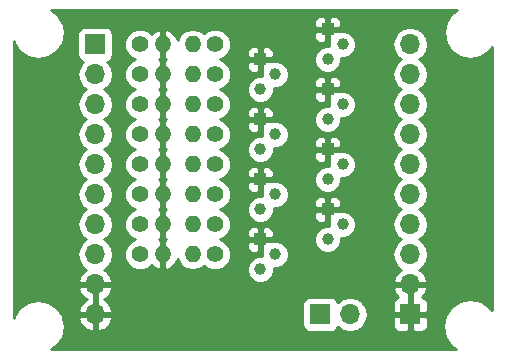
<source format=gtl>
G04 #@! TF.FileFunction,Copper,L1,Top,Signal*
%FSLAX46Y46*%
G04 Gerber Fmt 4.6, Leading zero omitted, Abs format (unit mm)*
G04 Created by KiCad (PCBNEW 4.0.7) date 07/06/18 16:03:28*
%MOMM*%
%LPD*%
G01*
G04 APERTURE LIST*
%ADD10C,0.100000*%
%ADD11R,1.700000X1.700000*%
%ADD12O,1.700000X1.700000*%
%ADD13C,1.000000*%
%ADD14R,1.000000X1.000000*%
%ADD15C,1.400000*%
%ADD16O,1.400000X1.400000*%
%ADD17C,0.254000*%
G04 APERTURE END LIST*
D10*
D11*
X77470000Y-78740000D03*
D12*
X77470000Y-81280000D03*
X77470000Y-83820000D03*
X77470000Y-86360000D03*
X77470000Y-88900000D03*
X77470000Y-91440000D03*
X77470000Y-93980000D03*
X77470000Y-96520000D03*
X77470000Y-99060000D03*
X77470000Y-101600000D03*
D11*
X104140000Y-101600000D03*
D12*
X104140000Y-99060000D03*
X104140000Y-96520000D03*
X104140000Y-93980000D03*
X104140000Y-91440000D03*
X104140000Y-88900000D03*
X104140000Y-86360000D03*
X104140000Y-83820000D03*
X104140000Y-81280000D03*
X104140000Y-78740000D03*
D11*
X96520000Y-101600000D03*
D12*
X99060000Y-101600000D03*
D13*
X98425000Y-78740000D03*
X97155000Y-80010000D03*
D14*
X97155000Y-77470000D03*
D13*
X92710000Y-81280000D03*
X91440000Y-82550000D03*
D14*
X91440000Y-80010000D03*
D13*
X98425000Y-83820000D03*
X97155000Y-85090000D03*
D14*
X97155000Y-82550000D03*
D13*
X92710000Y-86360000D03*
X91440000Y-87630000D03*
D14*
X91440000Y-85090000D03*
D13*
X98425000Y-88900000D03*
X97155000Y-90170000D03*
D14*
X97155000Y-87630000D03*
D13*
X92710000Y-91440000D03*
X91440000Y-92710000D03*
D14*
X91440000Y-90170000D03*
D13*
X98425000Y-93980000D03*
X97155000Y-95250000D03*
D14*
X97155000Y-92710000D03*
D13*
X92710000Y-96520000D03*
X91440000Y-97790000D03*
D14*
X91440000Y-95250000D03*
D15*
X87630000Y-78740000D03*
D16*
X85730000Y-78740000D03*
D15*
X87630000Y-81280000D03*
D16*
X85730000Y-81280000D03*
D15*
X87630000Y-83820000D03*
D16*
X85730000Y-83820000D03*
D15*
X87630000Y-86360000D03*
D16*
X85730000Y-86360000D03*
D15*
X87630000Y-88900000D03*
D16*
X85730000Y-88900000D03*
D15*
X87630000Y-91440000D03*
D16*
X85730000Y-91440000D03*
D15*
X87630000Y-93980000D03*
D16*
X85730000Y-93980000D03*
D15*
X87630000Y-96520000D03*
D16*
X85730000Y-96520000D03*
D15*
X81280000Y-78740000D03*
D16*
X83180000Y-78740000D03*
D15*
X81280000Y-81280000D03*
D16*
X83180000Y-81280000D03*
D15*
X81280000Y-83820000D03*
D16*
X83180000Y-83820000D03*
D15*
X81280000Y-86360000D03*
D16*
X83180000Y-86360000D03*
D15*
X81280000Y-88900000D03*
D16*
X83180000Y-88900000D03*
D15*
X81280000Y-91440000D03*
D16*
X83180000Y-91440000D03*
D15*
X81280000Y-93980000D03*
D16*
X83180000Y-93980000D03*
D15*
X81280000Y-96520000D03*
D16*
X83180000Y-96520000D03*
D17*
G36*
X107640323Y-76144323D02*
X107156053Y-76869085D01*
X106986000Y-77724000D01*
X107156053Y-78578915D01*
X107640323Y-79303677D01*
X108365085Y-79787947D01*
X109220000Y-79958000D01*
X110074915Y-79787947D01*
X110799677Y-79303677D01*
X111050000Y-78929042D01*
X111050000Y-101265428D01*
X110857968Y-100978032D01*
X110106462Y-100475891D01*
X109220000Y-100299563D01*
X108333538Y-100475891D01*
X107582032Y-100978032D01*
X107079891Y-101729538D01*
X106903563Y-102616000D01*
X107079891Y-103502462D01*
X107582032Y-104253968D01*
X107981673Y-104521000D01*
X73736796Y-104521000D01*
X74223677Y-104195677D01*
X74707947Y-103470915D01*
X74878000Y-102616000D01*
X74746895Y-101956890D01*
X76028524Y-101956890D01*
X76198355Y-102366924D01*
X76588642Y-102795183D01*
X77113108Y-103041486D01*
X77343000Y-102920819D01*
X77343000Y-101727000D01*
X77597000Y-101727000D01*
X77597000Y-102920819D01*
X77826892Y-103041486D01*
X78351358Y-102795183D01*
X78741645Y-102366924D01*
X78911476Y-101956890D01*
X78790155Y-101727000D01*
X77597000Y-101727000D01*
X77343000Y-101727000D01*
X76149845Y-101727000D01*
X76028524Y-101956890D01*
X74746895Y-101956890D01*
X74707947Y-101761085D01*
X74223677Y-101036323D01*
X73498915Y-100552053D01*
X72644000Y-100382000D01*
X71789085Y-100552053D01*
X71064323Y-101036323D01*
X70580053Y-101761085D01*
X70560000Y-101861898D01*
X70560000Y-99416890D01*
X76028524Y-99416890D01*
X76198355Y-99826924D01*
X76588642Y-100255183D01*
X76747954Y-100330000D01*
X76588642Y-100404817D01*
X76198355Y-100833076D01*
X76028524Y-101243110D01*
X76149845Y-101473000D01*
X77343000Y-101473000D01*
X77343000Y-99187000D01*
X77597000Y-99187000D01*
X77597000Y-101473000D01*
X78790155Y-101473000D01*
X78911476Y-101243110D01*
X78741645Y-100833076D01*
X78665936Y-100750000D01*
X95022560Y-100750000D01*
X95022560Y-102450000D01*
X95066838Y-102685317D01*
X95205910Y-102901441D01*
X95418110Y-103046431D01*
X95670000Y-103097440D01*
X97370000Y-103097440D01*
X97605317Y-103053162D01*
X97821441Y-102914090D01*
X97966431Y-102701890D01*
X97980086Y-102634459D01*
X98009946Y-102679147D01*
X98491715Y-103001054D01*
X99060000Y-103114093D01*
X99628285Y-103001054D01*
X100110054Y-102679147D01*
X100431961Y-102197378D01*
X100493947Y-101885750D01*
X102655000Y-101885750D01*
X102655000Y-102576310D01*
X102751673Y-102809699D01*
X102930302Y-102988327D01*
X103163691Y-103085000D01*
X103854250Y-103085000D01*
X104013000Y-102926250D01*
X104013000Y-101727000D01*
X104267000Y-101727000D01*
X104267000Y-102926250D01*
X104425750Y-103085000D01*
X105116309Y-103085000D01*
X105349698Y-102988327D01*
X105528327Y-102809699D01*
X105625000Y-102576310D01*
X105625000Y-101885750D01*
X105466250Y-101727000D01*
X104267000Y-101727000D01*
X104013000Y-101727000D01*
X102813750Y-101727000D01*
X102655000Y-101885750D01*
X100493947Y-101885750D01*
X100545000Y-101629093D01*
X100545000Y-101570907D01*
X100431961Y-101002622D01*
X100178768Y-100623690D01*
X102655000Y-100623690D01*
X102655000Y-101314250D01*
X102813750Y-101473000D01*
X104013000Y-101473000D01*
X104013000Y-99187000D01*
X104267000Y-99187000D01*
X104267000Y-101473000D01*
X105466250Y-101473000D01*
X105625000Y-101314250D01*
X105625000Y-100623690D01*
X105528327Y-100390301D01*
X105349698Y-100211673D01*
X105140122Y-100124864D01*
X105411645Y-99826924D01*
X105581476Y-99416890D01*
X105460155Y-99187000D01*
X104267000Y-99187000D01*
X104013000Y-99187000D01*
X102819845Y-99187000D01*
X102698524Y-99416890D01*
X102868355Y-99826924D01*
X103139878Y-100124864D01*
X102930302Y-100211673D01*
X102751673Y-100390301D01*
X102655000Y-100623690D01*
X100178768Y-100623690D01*
X100110054Y-100520853D01*
X99628285Y-100198946D01*
X99060000Y-100085907D01*
X98491715Y-100198946D01*
X98009946Y-100520853D01*
X97982150Y-100562452D01*
X97973162Y-100514683D01*
X97834090Y-100298559D01*
X97621890Y-100153569D01*
X97370000Y-100102560D01*
X95670000Y-100102560D01*
X95434683Y-100146838D01*
X95218559Y-100285910D01*
X95073569Y-100498110D01*
X95022560Y-100750000D01*
X78665936Y-100750000D01*
X78351358Y-100404817D01*
X78192046Y-100330000D01*
X78351358Y-100255183D01*
X78741645Y-99826924D01*
X78911476Y-99416890D01*
X78790155Y-99187000D01*
X77597000Y-99187000D01*
X77343000Y-99187000D01*
X76149845Y-99187000D01*
X76028524Y-99416890D01*
X70560000Y-99416890D01*
X70560000Y-81280000D01*
X75955907Y-81280000D01*
X76068946Y-81848285D01*
X76390853Y-82330054D01*
X76720026Y-82550000D01*
X76390853Y-82769946D01*
X76068946Y-83251715D01*
X75955907Y-83820000D01*
X76068946Y-84388285D01*
X76390853Y-84870054D01*
X76720026Y-85090000D01*
X76390853Y-85309946D01*
X76068946Y-85791715D01*
X75955907Y-86360000D01*
X76068946Y-86928285D01*
X76390853Y-87410054D01*
X76720026Y-87630000D01*
X76390853Y-87849946D01*
X76068946Y-88331715D01*
X75955907Y-88900000D01*
X76068946Y-89468285D01*
X76390853Y-89950054D01*
X76720026Y-90170000D01*
X76390853Y-90389946D01*
X76068946Y-90871715D01*
X75955907Y-91440000D01*
X76068946Y-92008285D01*
X76390853Y-92490054D01*
X76720026Y-92710000D01*
X76390853Y-92929946D01*
X76068946Y-93411715D01*
X75955907Y-93980000D01*
X76068946Y-94548285D01*
X76390853Y-95030054D01*
X76720026Y-95250000D01*
X76390853Y-95469946D01*
X76068946Y-95951715D01*
X75955907Y-96520000D01*
X76068946Y-97088285D01*
X76390853Y-97570054D01*
X76731553Y-97797702D01*
X76588642Y-97864817D01*
X76198355Y-98293076D01*
X76028524Y-98703110D01*
X76149845Y-98933000D01*
X77343000Y-98933000D01*
X77343000Y-98913000D01*
X77597000Y-98913000D01*
X77597000Y-98933000D01*
X78790155Y-98933000D01*
X78911476Y-98703110D01*
X78741645Y-98293076D01*
X78488020Y-98014775D01*
X90304803Y-98014775D01*
X90477233Y-98432086D01*
X90796235Y-98751645D01*
X91213244Y-98924803D01*
X91664775Y-98925197D01*
X92082086Y-98752767D01*
X92401645Y-98433765D01*
X92574803Y-98016756D01*
X92575119Y-97654883D01*
X92934775Y-97655197D01*
X93352086Y-97482767D01*
X93671645Y-97163765D01*
X93844803Y-96746756D01*
X93845197Y-96295225D01*
X93672767Y-95877914D01*
X93353765Y-95558355D01*
X93152483Y-95474775D01*
X96019803Y-95474775D01*
X96192233Y-95892086D01*
X96511235Y-96211645D01*
X96928244Y-96384803D01*
X97379775Y-96385197D01*
X97797086Y-96212767D01*
X98116645Y-95893765D01*
X98289803Y-95476756D01*
X98290119Y-95114883D01*
X98649775Y-95115197D01*
X99067086Y-94942767D01*
X99386645Y-94623765D01*
X99559803Y-94206756D01*
X99560197Y-93755225D01*
X99387767Y-93337914D01*
X99068765Y-93018355D01*
X98651756Y-92845197D01*
X98200225Y-92844803D01*
X98156939Y-92862689D01*
X98131250Y-92837000D01*
X97282000Y-92837000D01*
X97282000Y-93686250D01*
X97307448Y-93711698D01*
X97290197Y-93753244D01*
X97289881Y-94115117D01*
X96930225Y-94114803D01*
X96512914Y-94287233D01*
X96193355Y-94606235D01*
X96020197Y-95023244D01*
X96019803Y-95474775D01*
X93152483Y-95474775D01*
X92936756Y-95385197D01*
X92485225Y-95384803D01*
X92441939Y-95402689D01*
X92416250Y-95377000D01*
X91567000Y-95377000D01*
X91567000Y-96226250D01*
X91592448Y-96251698D01*
X91575197Y-96293244D01*
X91574881Y-96655117D01*
X91215225Y-96654803D01*
X90797914Y-96827233D01*
X90478355Y-97146235D01*
X90305197Y-97563244D01*
X90304803Y-98014775D01*
X78488020Y-98014775D01*
X78351358Y-97864817D01*
X78208447Y-97797702D01*
X78549147Y-97570054D01*
X78871054Y-97088285D01*
X78984093Y-96520000D01*
X78871054Y-95951715D01*
X78549147Y-95469946D01*
X78219974Y-95250000D01*
X78549147Y-95030054D01*
X78871054Y-94548285D01*
X78984093Y-93980000D01*
X78871054Y-93411715D01*
X78549147Y-92929946D01*
X78219974Y-92710000D01*
X78549147Y-92490054D01*
X78871054Y-92008285D01*
X78984093Y-91440000D01*
X78871054Y-90871715D01*
X78549147Y-90389946D01*
X78219974Y-90170000D01*
X78549147Y-89950054D01*
X78871054Y-89468285D01*
X78984093Y-88900000D01*
X78871054Y-88331715D01*
X78549147Y-87849946D01*
X78219974Y-87630000D01*
X78549147Y-87410054D01*
X78871054Y-86928285D01*
X78984093Y-86360000D01*
X78871054Y-85791715D01*
X78549147Y-85309946D01*
X78219974Y-85090000D01*
X78549147Y-84870054D01*
X78871054Y-84388285D01*
X78984093Y-83820000D01*
X78871054Y-83251715D01*
X78549147Y-82769946D01*
X78219974Y-82550000D01*
X78549147Y-82330054D01*
X78871054Y-81848285D01*
X78984093Y-81280000D01*
X78871054Y-80711715D01*
X78549147Y-80229946D01*
X78507548Y-80202150D01*
X78555317Y-80193162D01*
X78771441Y-80054090D01*
X78916431Y-79841890D01*
X78967440Y-79590000D01*
X78967440Y-79004383D01*
X79944769Y-79004383D01*
X80147582Y-79495229D01*
X80522796Y-79871098D01*
X80857527Y-80010091D01*
X80524771Y-80147582D01*
X80148902Y-80522796D01*
X79945232Y-81013287D01*
X79944769Y-81544383D01*
X80147582Y-82035229D01*
X80522796Y-82411098D01*
X80857527Y-82550091D01*
X80524771Y-82687582D01*
X80148902Y-83062796D01*
X79945232Y-83553287D01*
X79944769Y-84084383D01*
X80147582Y-84575229D01*
X80522796Y-84951098D01*
X80857527Y-85090091D01*
X80524771Y-85227582D01*
X80148902Y-85602796D01*
X79945232Y-86093287D01*
X79944769Y-86624383D01*
X80147582Y-87115229D01*
X80522796Y-87491098D01*
X80857527Y-87630091D01*
X80524771Y-87767582D01*
X80148902Y-88142796D01*
X79945232Y-88633287D01*
X79944769Y-89164383D01*
X80147582Y-89655229D01*
X80522796Y-90031098D01*
X80857527Y-90170091D01*
X80524771Y-90307582D01*
X80148902Y-90682796D01*
X79945232Y-91173287D01*
X79944769Y-91704383D01*
X80147582Y-92195229D01*
X80522796Y-92571098D01*
X80857527Y-92710091D01*
X80524771Y-92847582D01*
X80148902Y-93222796D01*
X79945232Y-93713287D01*
X79944769Y-94244383D01*
X80147582Y-94735229D01*
X80522796Y-95111098D01*
X80857527Y-95250091D01*
X80524771Y-95387582D01*
X80148902Y-95762796D01*
X79945232Y-96253287D01*
X79944769Y-96784383D01*
X80147582Y-97275229D01*
X80522796Y-97651098D01*
X81013287Y-97854768D01*
X81544383Y-97855231D01*
X82035229Y-97652418D01*
X82247034Y-97440983D01*
X82377337Y-97586764D01*
X82846669Y-97812727D01*
X83053000Y-97690206D01*
X83053000Y-96647000D01*
X83033000Y-96647000D01*
X83033000Y-96393000D01*
X83053000Y-96393000D01*
X83053000Y-95349794D01*
X82884942Y-95250000D01*
X83053000Y-95150206D01*
X83053000Y-94107000D01*
X83033000Y-94107000D01*
X83033000Y-93853000D01*
X83053000Y-93853000D01*
X83053000Y-92809794D01*
X82884942Y-92710000D01*
X83053000Y-92610206D01*
X83053000Y-91567000D01*
X83033000Y-91567000D01*
X83033000Y-91313000D01*
X83053000Y-91313000D01*
X83053000Y-90269794D01*
X82884942Y-90170000D01*
X83053000Y-90070206D01*
X83053000Y-89027000D01*
X83033000Y-89027000D01*
X83033000Y-88773000D01*
X83053000Y-88773000D01*
X83053000Y-87729794D01*
X82884942Y-87630000D01*
X83053000Y-87530206D01*
X83053000Y-86487000D01*
X83033000Y-86487000D01*
X83033000Y-86233000D01*
X83053000Y-86233000D01*
X83053000Y-85189794D01*
X82884942Y-85090000D01*
X83053000Y-84990206D01*
X83053000Y-83947000D01*
X83033000Y-83947000D01*
X83033000Y-83693000D01*
X83053000Y-83693000D01*
X83053000Y-82649794D01*
X82884942Y-82550000D01*
X83053000Y-82450206D01*
X83053000Y-81407000D01*
X83033000Y-81407000D01*
X83033000Y-81153000D01*
X83053000Y-81153000D01*
X83053000Y-80109794D01*
X82884942Y-80010000D01*
X83053000Y-79910206D01*
X83053000Y-78867000D01*
X83033000Y-78867000D01*
X83033000Y-78613000D01*
X83053000Y-78613000D01*
X83053000Y-77569794D01*
X83307000Y-77569794D01*
X83307000Y-78613000D01*
X83327000Y-78613000D01*
X83327000Y-78867000D01*
X83307000Y-78867000D01*
X83307000Y-79910206D01*
X83475058Y-80010000D01*
X83307000Y-80109794D01*
X83307000Y-81153000D01*
X83327000Y-81153000D01*
X83327000Y-81407000D01*
X83307000Y-81407000D01*
X83307000Y-82450206D01*
X83475058Y-82550000D01*
X83307000Y-82649794D01*
X83307000Y-83693000D01*
X83327000Y-83693000D01*
X83327000Y-83947000D01*
X83307000Y-83947000D01*
X83307000Y-84990206D01*
X83475058Y-85090000D01*
X83307000Y-85189794D01*
X83307000Y-86233000D01*
X83327000Y-86233000D01*
X83327000Y-86487000D01*
X83307000Y-86487000D01*
X83307000Y-87530206D01*
X83475058Y-87630000D01*
X83307000Y-87729794D01*
X83307000Y-88773000D01*
X83327000Y-88773000D01*
X83327000Y-89027000D01*
X83307000Y-89027000D01*
X83307000Y-90070206D01*
X83475058Y-90170000D01*
X83307000Y-90269794D01*
X83307000Y-91313000D01*
X83327000Y-91313000D01*
X83327000Y-91567000D01*
X83307000Y-91567000D01*
X83307000Y-92610206D01*
X83475058Y-92710000D01*
X83307000Y-92809794D01*
X83307000Y-93853000D01*
X83327000Y-93853000D01*
X83327000Y-94107000D01*
X83307000Y-94107000D01*
X83307000Y-95150206D01*
X83475058Y-95250000D01*
X83307000Y-95349794D01*
X83307000Y-96393000D01*
X83327000Y-96393000D01*
X83327000Y-96647000D01*
X83307000Y-96647000D01*
X83307000Y-97690206D01*
X83513331Y-97812727D01*
X83982663Y-97586764D01*
X84329797Y-97198396D01*
X84447338Y-96914603D01*
X84470467Y-97030882D01*
X84759858Y-97463988D01*
X85192964Y-97753379D01*
X85703846Y-97855000D01*
X85756154Y-97855000D01*
X86267036Y-97753379D01*
X86691666Y-97469652D01*
X86872796Y-97651098D01*
X87363287Y-97854768D01*
X87894383Y-97855231D01*
X88385229Y-97652418D01*
X88761098Y-97277204D01*
X88964768Y-96786713D01*
X88965231Y-96255617D01*
X88762418Y-95764771D01*
X88533797Y-95535750D01*
X90305000Y-95535750D01*
X90305000Y-95876310D01*
X90401673Y-96109699D01*
X90580302Y-96288327D01*
X90813691Y-96385000D01*
X91154250Y-96385000D01*
X91313000Y-96226250D01*
X91313000Y-95377000D01*
X90463750Y-95377000D01*
X90305000Y-95535750D01*
X88533797Y-95535750D01*
X88387204Y-95388902D01*
X88052473Y-95249909D01*
X88385229Y-95112418D01*
X88761098Y-94737204D01*
X88808233Y-94623690D01*
X90305000Y-94623690D01*
X90305000Y-94964250D01*
X90463750Y-95123000D01*
X91313000Y-95123000D01*
X91313000Y-94273750D01*
X91567000Y-94273750D01*
X91567000Y-95123000D01*
X92416250Y-95123000D01*
X92575000Y-94964250D01*
X92575000Y-94623690D01*
X92478327Y-94390301D01*
X92299698Y-94211673D01*
X92066309Y-94115000D01*
X91725750Y-94115000D01*
X91567000Y-94273750D01*
X91313000Y-94273750D01*
X91154250Y-94115000D01*
X90813691Y-94115000D01*
X90580302Y-94211673D01*
X90401673Y-94390301D01*
X90305000Y-94623690D01*
X88808233Y-94623690D01*
X88964768Y-94246713D01*
X88965231Y-93715617D01*
X88762418Y-93224771D01*
X88472928Y-92934775D01*
X90304803Y-92934775D01*
X90477233Y-93352086D01*
X90796235Y-93671645D01*
X91213244Y-93844803D01*
X91664775Y-93845197D01*
X92082086Y-93672767D01*
X92401645Y-93353765D01*
X92550306Y-92995750D01*
X96020000Y-92995750D01*
X96020000Y-93336310D01*
X96116673Y-93569699D01*
X96295302Y-93748327D01*
X96528691Y-93845000D01*
X96869250Y-93845000D01*
X97028000Y-93686250D01*
X97028000Y-92837000D01*
X96178750Y-92837000D01*
X96020000Y-92995750D01*
X92550306Y-92995750D01*
X92574803Y-92936756D01*
X92575119Y-92574883D01*
X92934775Y-92575197D01*
X93352086Y-92402767D01*
X93671645Y-92083765D01*
X93671676Y-92083690D01*
X96020000Y-92083690D01*
X96020000Y-92424250D01*
X96178750Y-92583000D01*
X97028000Y-92583000D01*
X97028000Y-91733750D01*
X97282000Y-91733750D01*
X97282000Y-92583000D01*
X98131250Y-92583000D01*
X98290000Y-92424250D01*
X98290000Y-92083690D01*
X98193327Y-91850301D01*
X98014698Y-91671673D01*
X97781309Y-91575000D01*
X97440750Y-91575000D01*
X97282000Y-91733750D01*
X97028000Y-91733750D01*
X96869250Y-91575000D01*
X96528691Y-91575000D01*
X96295302Y-91671673D01*
X96116673Y-91850301D01*
X96020000Y-92083690D01*
X93671676Y-92083690D01*
X93844803Y-91666756D01*
X93845197Y-91215225D01*
X93672767Y-90797914D01*
X93353765Y-90478355D01*
X93152483Y-90394775D01*
X96019803Y-90394775D01*
X96192233Y-90812086D01*
X96511235Y-91131645D01*
X96928244Y-91304803D01*
X97379775Y-91305197D01*
X97797086Y-91132767D01*
X98116645Y-90813765D01*
X98289803Y-90396756D01*
X98290119Y-90034883D01*
X98649775Y-90035197D01*
X99067086Y-89862767D01*
X99386645Y-89543765D01*
X99559803Y-89126756D01*
X99560197Y-88675225D01*
X99387767Y-88257914D01*
X99068765Y-87938355D01*
X98651756Y-87765197D01*
X98200225Y-87764803D01*
X98156939Y-87782689D01*
X98131250Y-87757000D01*
X97282000Y-87757000D01*
X97282000Y-88606250D01*
X97307448Y-88631698D01*
X97290197Y-88673244D01*
X97289881Y-89035117D01*
X96930225Y-89034803D01*
X96512914Y-89207233D01*
X96193355Y-89526235D01*
X96020197Y-89943244D01*
X96019803Y-90394775D01*
X93152483Y-90394775D01*
X92936756Y-90305197D01*
X92485225Y-90304803D01*
X92441939Y-90322689D01*
X92416250Y-90297000D01*
X91567000Y-90297000D01*
X91567000Y-91146250D01*
X91592448Y-91171698D01*
X91575197Y-91213244D01*
X91574881Y-91575117D01*
X91215225Y-91574803D01*
X90797914Y-91747233D01*
X90478355Y-92066235D01*
X90305197Y-92483244D01*
X90304803Y-92934775D01*
X88472928Y-92934775D01*
X88387204Y-92848902D01*
X88052473Y-92709909D01*
X88385229Y-92572418D01*
X88761098Y-92197204D01*
X88964768Y-91706713D01*
X88965231Y-91175617D01*
X88762418Y-90684771D01*
X88533797Y-90455750D01*
X90305000Y-90455750D01*
X90305000Y-90796310D01*
X90401673Y-91029699D01*
X90580302Y-91208327D01*
X90813691Y-91305000D01*
X91154250Y-91305000D01*
X91313000Y-91146250D01*
X91313000Y-90297000D01*
X90463750Y-90297000D01*
X90305000Y-90455750D01*
X88533797Y-90455750D01*
X88387204Y-90308902D01*
X88052473Y-90169909D01*
X88385229Y-90032418D01*
X88761098Y-89657204D01*
X88808233Y-89543690D01*
X90305000Y-89543690D01*
X90305000Y-89884250D01*
X90463750Y-90043000D01*
X91313000Y-90043000D01*
X91313000Y-89193750D01*
X91567000Y-89193750D01*
X91567000Y-90043000D01*
X92416250Y-90043000D01*
X92575000Y-89884250D01*
X92575000Y-89543690D01*
X92478327Y-89310301D01*
X92299698Y-89131673D01*
X92066309Y-89035000D01*
X91725750Y-89035000D01*
X91567000Y-89193750D01*
X91313000Y-89193750D01*
X91154250Y-89035000D01*
X90813691Y-89035000D01*
X90580302Y-89131673D01*
X90401673Y-89310301D01*
X90305000Y-89543690D01*
X88808233Y-89543690D01*
X88964768Y-89166713D01*
X88965231Y-88635617D01*
X88762418Y-88144771D01*
X88472928Y-87854775D01*
X90304803Y-87854775D01*
X90477233Y-88272086D01*
X90796235Y-88591645D01*
X91213244Y-88764803D01*
X91664775Y-88765197D01*
X92082086Y-88592767D01*
X92401645Y-88273765D01*
X92550306Y-87915750D01*
X96020000Y-87915750D01*
X96020000Y-88256310D01*
X96116673Y-88489699D01*
X96295302Y-88668327D01*
X96528691Y-88765000D01*
X96869250Y-88765000D01*
X97028000Y-88606250D01*
X97028000Y-87757000D01*
X96178750Y-87757000D01*
X96020000Y-87915750D01*
X92550306Y-87915750D01*
X92574803Y-87856756D01*
X92575119Y-87494883D01*
X92934775Y-87495197D01*
X93352086Y-87322767D01*
X93671645Y-87003765D01*
X93671676Y-87003690D01*
X96020000Y-87003690D01*
X96020000Y-87344250D01*
X96178750Y-87503000D01*
X97028000Y-87503000D01*
X97028000Y-86653750D01*
X97282000Y-86653750D01*
X97282000Y-87503000D01*
X98131250Y-87503000D01*
X98290000Y-87344250D01*
X98290000Y-87003690D01*
X98193327Y-86770301D01*
X98014698Y-86591673D01*
X97781309Y-86495000D01*
X97440750Y-86495000D01*
X97282000Y-86653750D01*
X97028000Y-86653750D01*
X96869250Y-86495000D01*
X96528691Y-86495000D01*
X96295302Y-86591673D01*
X96116673Y-86770301D01*
X96020000Y-87003690D01*
X93671676Y-87003690D01*
X93844803Y-86586756D01*
X93845197Y-86135225D01*
X93672767Y-85717914D01*
X93353765Y-85398355D01*
X93152483Y-85314775D01*
X96019803Y-85314775D01*
X96192233Y-85732086D01*
X96511235Y-86051645D01*
X96928244Y-86224803D01*
X97379775Y-86225197D01*
X97797086Y-86052767D01*
X98116645Y-85733765D01*
X98289803Y-85316756D01*
X98290119Y-84954883D01*
X98649775Y-84955197D01*
X99067086Y-84782767D01*
X99386645Y-84463765D01*
X99559803Y-84046756D01*
X99560197Y-83595225D01*
X99387767Y-83177914D01*
X99068765Y-82858355D01*
X98651756Y-82685197D01*
X98200225Y-82684803D01*
X98156939Y-82702689D01*
X98131250Y-82677000D01*
X97282000Y-82677000D01*
X97282000Y-83526250D01*
X97307448Y-83551698D01*
X97290197Y-83593244D01*
X97289881Y-83955117D01*
X96930225Y-83954803D01*
X96512914Y-84127233D01*
X96193355Y-84446235D01*
X96020197Y-84863244D01*
X96019803Y-85314775D01*
X93152483Y-85314775D01*
X92936756Y-85225197D01*
X92485225Y-85224803D01*
X92441939Y-85242689D01*
X92416250Y-85217000D01*
X91567000Y-85217000D01*
X91567000Y-86066250D01*
X91592448Y-86091698D01*
X91575197Y-86133244D01*
X91574881Y-86495117D01*
X91215225Y-86494803D01*
X90797914Y-86667233D01*
X90478355Y-86986235D01*
X90305197Y-87403244D01*
X90304803Y-87854775D01*
X88472928Y-87854775D01*
X88387204Y-87768902D01*
X88052473Y-87629909D01*
X88385229Y-87492418D01*
X88761098Y-87117204D01*
X88964768Y-86626713D01*
X88965231Y-86095617D01*
X88762418Y-85604771D01*
X88533797Y-85375750D01*
X90305000Y-85375750D01*
X90305000Y-85716310D01*
X90401673Y-85949699D01*
X90580302Y-86128327D01*
X90813691Y-86225000D01*
X91154250Y-86225000D01*
X91313000Y-86066250D01*
X91313000Y-85217000D01*
X90463750Y-85217000D01*
X90305000Y-85375750D01*
X88533797Y-85375750D01*
X88387204Y-85228902D01*
X88052473Y-85089909D01*
X88385229Y-84952418D01*
X88761098Y-84577204D01*
X88808233Y-84463690D01*
X90305000Y-84463690D01*
X90305000Y-84804250D01*
X90463750Y-84963000D01*
X91313000Y-84963000D01*
X91313000Y-84113750D01*
X91567000Y-84113750D01*
X91567000Y-84963000D01*
X92416250Y-84963000D01*
X92575000Y-84804250D01*
X92575000Y-84463690D01*
X92478327Y-84230301D01*
X92299698Y-84051673D01*
X92066309Y-83955000D01*
X91725750Y-83955000D01*
X91567000Y-84113750D01*
X91313000Y-84113750D01*
X91154250Y-83955000D01*
X90813691Y-83955000D01*
X90580302Y-84051673D01*
X90401673Y-84230301D01*
X90305000Y-84463690D01*
X88808233Y-84463690D01*
X88964768Y-84086713D01*
X88965231Y-83555617D01*
X88762418Y-83064771D01*
X88472928Y-82774775D01*
X90304803Y-82774775D01*
X90477233Y-83192086D01*
X90796235Y-83511645D01*
X91213244Y-83684803D01*
X91664775Y-83685197D01*
X92082086Y-83512767D01*
X92401645Y-83193765D01*
X92550306Y-82835750D01*
X96020000Y-82835750D01*
X96020000Y-83176310D01*
X96116673Y-83409699D01*
X96295302Y-83588327D01*
X96528691Y-83685000D01*
X96869250Y-83685000D01*
X97028000Y-83526250D01*
X97028000Y-82677000D01*
X96178750Y-82677000D01*
X96020000Y-82835750D01*
X92550306Y-82835750D01*
X92574803Y-82776756D01*
X92575119Y-82414883D01*
X92934775Y-82415197D01*
X93352086Y-82242767D01*
X93671645Y-81923765D01*
X93671676Y-81923690D01*
X96020000Y-81923690D01*
X96020000Y-82264250D01*
X96178750Y-82423000D01*
X97028000Y-82423000D01*
X97028000Y-81573750D01*
X97282000Y-81573750D01*
X97282000Y-82423000D01*
X98131250Y-82423000D01*
X98290000Y-82264250D01*
X98290000Y-81923690D01*
X98193327Y-81690301D01*
X98014698Y-81511673D01*
X97781309Y-81415000D01*
X97440750Y-81415000D01*
X97282000Y-81573750D01*
X97028000Y-81573750D01*
X96869250Y-81415000D01*
X96528691Y-81415000D01*
X96295302Y-81511673D01*
X96116673Y-81690301D01*
X96020000Y-81923690D01*
X93671676Y-81923690D01*
X93844803Y-81506756D01*
X93845197Y-81055225D01*
X93672767Y-80637914D01*
X93353765Y-80318355D01*
X93152483Y-80234775D01*
X96019803Y-80234775D01*
X96192233Y-80652086D01*
X96511235Y-80971645D01*
X96928244Y-81144803D01*
X97379775Y-81145197D01*
X97797086Y-80972767D01*
X98116645Y-80653765D01*
X98289803Y-80236756D01*
X98290119Y-79874883D01*
X98649775Y-79875197D01*
X99067086Y-79702767D01*
X99386645Y-79383765D01*
X99559803Y-78966756D01*
X99560000Y-78740000D01*
X102625907Y-78740000D01*
X102738946Y-79308285D01*
X103060853Y-79790054D01*
X103390026Y-80010000D01*
X103060853Y-80229946D01*
X102738946Y-80711715D01*
X102625907Y-81280000D01*
X102738946Y-81848285D01*
X103060853Y-82330054D01*
X103390026Y-82550000D01*
X103060853Y-82769946D01*
X102738946Y-83251715D01*
X102625907Y-83820000D01*
X102738946Y-84388285D01*
X103060853Y-84870054D01*
X103390026Y-85090000D01*
X103060853Y-85309946D01*
X102738946Y-85791715D01*
X102625907Y-86360000D01*
X102738946Y-86928285D01*
X103060853Y-87410054D01*
X103390026Y-87630000D01*
X103060853Y-87849946D01*
X102738946Y-88331715D01*
X102625907Y-88900000D01*
X102738946Y-89468285D01*
X103060853Y-89950054D01*
X103390026Y-90170000D01*
X103060853Y-90389946D01*
X102738946Y-90871715D01*
X102625907Y-91440000D01*
X102738946Y-92008285D01*
X103060853Y-92490054D01*
X103390026Y-92710000D01*
X103060853Y-92929946D01*
X102738946Y-93411715D01*
X102625907Y-93980000D01*
X102738946Y-94548285D01*
X103060853Y-95030054D01*
X103390026Y-95250000D01*
X103060853Y-95469946D01*
X102738946Y-95951715D01*
X102625907Y-96520000D01*
X102738946Y-97088285D01*
X103060853Y-97570054D01*
X103401553Y-97797702D01*
X103258642Y-97864817D01*
X102868355Y-98293076D01*
X102698524Y-98703110D01*
X102819845Y-98933000D01*
X104013000Y-98933000D01*
X104013000Y-98913000D01*
X104267000Y-98913000D01*
X104267000Y-98933000D01*
X105460155Y-98933000D01*
X105581476Y-98703110D01*
X105411645Y-98293076D01*
X105021358Y-97864817D01*
X104878447Y-97797702D01*
X105219147Y-97570054D01*
X105541054Y-97088285D01*
X105654093Y-96520000D01*
X105541054Y-95951715D01*
X105219147Y-95469946D01*
X104889974Y-95250000D01*
X105219147Y-95030054D01*
X105541054Y-94548285D01*
X105654093Y-93980000D01*
X105541054Y-93411715D01*
X105219147Y-92929946D01*
X104889974Y-92710000D01*
X105219147Y-92490054D01*
X105541054Y-92008285D01*
X105654093Y-91440000D01*
X105541054Y-90871715D01*
X105219147Y-90389946D01*
X104889974Y-90170000D01*
X105219147Y-89950054D01*
X105541054Y-89468285D01*
X105654093Y-88900000D01*
X105541054Y-88331715D01*
X105219147Y-87849946D01*
X104889974Y-87630000D01*
X105219147Y-87410054D01*
X105541054Y-86928285D01*
X105654093Y-86360000D01*
X105541054Y-85791715D01*
X105219147Y-85309946D01*
X104889974Y-85090000D01*
X105219147Y-84870054D01*
X105541054Y-84388285D01*
X105654093Y-83820000D01*
X105541054Y-83251715D01*
X105219147Y-82769946D01*
X104889974Y-82550000D01*
X105219147Y-82330054D01*
X105541054Y-81848285D01*
X105654093Y-81280000D01*
X105541054Y-80711715D01*
X105219147Y-80229946D01*
X104889974Y-80010000D01*
X105219147Y-79790054D01*
X105541054Y-79308285D01*
X105654093Y-78740000D01*
X105541054Y-78171715D01*
X105219147Y-77689946D01*
X104737378Y-77368039D01*
X104169093Y-77255000D01*
X104110907Y-77255000D01*
X103542622Y-77368039D01*
X103060853Y-77689946D01*
X102738946Y-78171715D01*
X102625907Y-78740000D01*
X99560000Y-78740000D01*
X99560197Y-78515225D01*
X99387767Y-78097914D01*
X99068765Y-77778355D01*
X98651756Y-77605197D01*
X98200225Y-77604803D01*
X98156939Y-77622689D01*
X98131250Y-77597000D01*
X97282000Y-77597000D01*
X97282000Y-78446250D01*
X97307448Y-78471698D01*
X97290197Y-78513244D01*
X97289881Y-78875117D01*
X96930225Y-78874803D01*
X96512914Y-79047233D01*
X96193355Y-79366235D01*
X96020197Y-79783244D01*
X96019803Y-80234775D01*
X93152483Y-80234775D01*
X92936756Y-80145197D01*
X92485225Y-80144803D01*
X92441939Y-80162689D01*
X92416250Y-80137000D01*
X91567000Y-80137000D01*
X91567000Y-80986250D01*
X91592448Y-81011698D01*
X91575197Y-81053244D01*
X91574881Y-81415117D01*
X91215225Y-81414803D01*
X90797914Y-81587233D01*
X90478355Y-81906235D01*
X90305197Y-82323244D01*
X90304803Y-82774775D01*
X88472928Y-82774775D01*
X88387204Y-82688902D01*
X88052473Y-82549909D01*
X88385229Y-82412418D01*
X88761098Y-82037204D01*
X88964768Y-81546713D01*
X88965231Y-81015617D01*
X88762418Y-80524771D01*
X88533797Y-80295750D01*
X90305000Y-80295750D01*
X90305000Y-80636310D01*
X90401673Y-80869699D01*
X90580302Y-81048327D01*
X90813691Y-81145000D01*
X91154250Y-81145000D01*
X91313000Y-80986250D01*
X91313000Y-80137000D01*
X90463750Y-80137000D01*
X90305000Y-80295750D01*
X88533797Y-80295750D01*
X88387204Y-80148902D01*
X88052473Y-80009909D01*
X88385229Y-79872418D01*
X88761098Y-79497204D01*
X88808233Y-79383690D01*
X90305000Y-79383690D01*
X90305000Y-79724250D01*
X90463750Y-79883000D01*
X91313000Y-79883000D01*
X91313000Y-79033750D01*
X91567000Y-79033750D01*
X91567000Y-79883000D01*
X92416250Y-79883000D01*
X92575000Y-79724250D01*
X92575000Y-79383690D01*
X92478327Y-79150301D01*
X92299698Y-78971673D01*
X92066309Y-78875000D01*
X91725750Y-78875000D01*
X91567000Y-79033750D01*
X91313000Y-79033750D01*
X91154250Y-78875000D01*
X90813691Y-78875000D01*
X90580302Y-78971673D01*
X90401673Y-79150301D01*
X90305000Y-79383690D01*
X88808233Y-79383690D01*
X88964768Y-79006713D01*
X88965231Y-78475617D01*
X88762418Y-77984771D01*
X88533797Y-77755750D01*
X96020000Y-77755750D01*
X96020000Y-78096310D01*
X96116673Y-78329699D01*
X96295302Y-78508327D01*
X96528691Y-78605000D01*
X96869250Y-78605000D01*
X97028000Y-78446250D01*
X97028000Y-77597000D01*
X96178750Y-77597000D01*
X96020000Y-77755750D01*
X88533797Y-77755750D01*
X88387204Y-77608902D01*
X87896713Y-77405232D01*
X87365617Y-77404769D01*
X86874771Y-77607582D01*
X86691678Y-77790356D01*
X86267036Y-77506621D01*
X85756154Y-77405000D01*
X85703846Y-77405000D01*
X85192964Y-77506621D01*
X84759858Y-77796012D01*
X84470467Y-78229118D01*
X84447338Y-78345397D01*
X84329797Y-78061604D01*
X83982663Y-77673236D01*
X83513331Y-77447273D01*
X83307000Y-77569794D01*
X83053000Y-77569794D01*
X82846669Y-77447273D01*
X82377337Y-77673236D01*
X82246996Y-77819060D01*
X82037204Y-77608902D01*
X81546713Y-77405232D01*
X81015617Y-77404769D01*
X80524771Y-77607582D01*
X80148902Y-77982796D01*
X79945232Y-78473287D01*
X79944769Y-79004383D01*
X78967440Y-79004383D01*
X78967440Y-77890000D01*
X78923162Y-77654683D01*
X78784090Y-77438559D01*
X78571890Y-77293569D01*
X78320000Y-77242560D01*
X76620000Y-77242560D01*
X76384683Y-77286838D01*
X76168559Y-77425910D01*
X76023569Y-77638110D01*
X75972560Y-77890000D01*
X75972560Y-79590000D01*
X76016838Y-79825317D01*
X76155910Y-80041441D01*
X76368110Y-80186431D01*
X76435541Y-80200086D01*
X76390853Y-80229946D01*
X76068946Y-80711715D01*
X75955907Y-81280000D01*
X70560000Y-81280000D01*
X70560000Y-78478102D01*
X70580053Y-78578915D01*
X71064323Y-79303677D01*
X71789085Y-79787947D01*
X72644000Y-79958000D01*
X73498915Y-79787947D01*
X74223677Y-79303677D01*
X74707947Y-78578915D01*
X74878000Y-77724000D01*
X74707947Y-76869085D01*
X74690979Y-76843690D01*
X96020000Y-76843690D01*
X96020000Y-77184250D01*
X96178750Y-77343000D01*
X97028000Y-77343000D01*
X97028000Y-76493750D01*
X97282000Y-76493750D01*
X97282000Y-77343000D01*
X98131250Y-77343000D01*
X98290000Y-77184250D01*
X98290000Y-76843690D01*
X98193327Y-76610301D01*
X98014698Y-76431673D01*
X97781309Y-76335000D01*
X97440750Y-76335000D01*
X97282000Y-76493750D01*
X97028000Y-76493750D01*
X96869250Y-76335000D01*
X96528691Y-76335000D01*
X96295302Y-76431673D01*
X96116673Y-76610301D01*
X96020000Y-76843690D01*
X74690979Y-76843690D01*
X74223677Y-76144323D01*
X73736796Y-75819000D01*
X108127204Y-75819000D01*
X107640323Y-76144323D01*
X107640323Y-76144323D01*
G37*
X107640323Y-76144323D02*
X107156053Y-76869085D01*
X106986000Y-77724000D01*
X107156053Y-78578915D01*
X107640323Y-79303677D01*
X108365085Y-79787947D01*
X109220000Y-79958000D01*
X110074915Y-79787947D01*
X110799677Y-79303677D01*
X111050000Y-78929042D01*
X111050000Y-101265428D01*
X110857968Y-100978032D01*
X110106462Y-100475891D01*
X109220000Y-100299563D01*
X108333538Y-100475891D01*
X107582032Y-100978032D01*
X107079891Y-101729538D01*
X106903563Y-102616000D01*
X107079891Y-103502462D01*
X107582032Y-104253968D01*
X107981673Y-104521000D01*
X73736796Y-104521000D01*
X74223677Y-104195677D01*
X74707947Y-103470915D01*
X74878000Y-102616000D01*
X74746895Y-101956890D01*
X76028524Y-101956890D01*
X76198355Y-102366924D01*
X76588642Y-102795183D01*
X77113108Y-103041486D01*
X77343000Y-102920819D01*
X77343000Y-101727000D01*
X77597000Y-101727000D01*
X77597000Y-102920819D01*
X77826892Y-103041486D01*
X78351358Y-102795183D01*
X78741645Y-102366924D01*
X78911476Y-101956890D01*
X78790155Y-101727000D01*
X77597000Y-101727000D01*
X77343000Y-101727000D01*
X76149845Y-101727000D01*
X76028524Y-101956890D01*
X74746895Y-101956890D01*
X74707947Y-101761085D01*
X74223677Y-101036323D01*
X73498915Y-100552053D01*
X72644000Y-100382000D01*
X71789085Y-100552053D01*
X71064323Y-101036323D01*
X70580053Y-101761085D01*
X70560000Y-101861898D01*
X70560000Y-99416890D01*
X76028524Y-99416890D01*
X76198355Y-99826924D01*
X76588642Y-100255183D01*
X76747954Y-100330000D01*
X76588642Y-100404817D01*
X76198355Y-100833076D01*
X76028524Y-101243110D01*
X76149845Y-101473000D01*
X77343000Y-101473000D01*
X77343000Y-99187000D01*
X77597000Y-99187000D01*
X77597000Y-101473000D01*
X78790155Y-101473000D01*
X78911476Y-101243110D01*
X78741645Y-100833076D01*
X78665936Y-100750000D01*
X95022560Y-100750000D01*
X95022560Y-102450000D01*
X95066838Y-102685317D01*
X95205910Y-102901441D01*
X95418110Y-103046431D01*
X95670000Y-103097440D01*
X97370000Y-103097440D01*
X97605317Y-103053162D01*
X97821441Y-102914090D01*
X97966431Y-102701890D01*
X97980086Y-102634459D01*
X98009946Y-102679147D01*
X98491715Y-103001054D01*
X99060000Y-103114093D01*
X99628285Y-103001054D01*
X100110054Y-102679147D01*
X100431961Y-102197378D01*
X100493947Y-101885750D01*
X102655000Y-101885750D01*
X102655000Y-102576310D01*
X102751673Y-102809699D01*
X102930302Y-102988327D01*
X103163691Y-103085000D01*
X103854250Y-103085000D01*
X104013000Y-102926250D01*
X104013000Y-101727000D01*
X104267000Y-101727000D01*
X104267000Y-102926250D01*
X104425750Y-103085000D01*
X105116309Y-103085000D01*
X105349698Y-102988327D01*
X105528327Y-102809699D01*
X105625000Y-102576310D01*
X105625000Y-101885750D01*
X105466250Y-101727000D01*
X104267000Y-101727000D01*
X104013000Y-101727000D01*
X102813750Y-101727000D01*
X102655000Y-101885750D01*
X100493947Y-101885750D01*
X100545000Y-101629093D01*
X100545000Y-101570907D01*
X100431961Y-101002622D01*
X100178768Y-100623690D01*
X102655000Y-100623690D01*
X102655000Y-101314250D01*
X102813750Y-101473000D01*
X104013000Y-101473000D01*
X104013000Y-99187000D01*
X104267000Y-99187000D01*
X104267000Y-101473000D01*
X105466250Y-101473000D01*
X105625000Y-101314250D01*
X105625000Y-100623690D01*
X105528327Y-100390301D01*
X105349698Y-100211673D01*
X105140122Y-100124864D01*
X105411645Y-99826924D01*
X105581476Y-99416890D01*
X105460155Y-99187000D01*
X104267000Y-99187000D01*
X104013000Y-99187000D01*
X102819845Y-99187000D01*
X102698524Y-99416890D01*
X102868355Y-99826924D01*
X103139878Y-100124864D01*
X102930302Y-100211673D01*
X102751673Y-100390301D01*
X102655000Y-100623690D01*
X100178768Y-100623690D01*
X100110054Y-100520853D01*
X99628285Y-100198946D01*
X99060000Y-100085907D01*
X98491715Y-100198946D01*
X98009946Y-100520853D01*
X97982150Y-100562452D01*
X97973162Y-100514683D01*
X97834090Y-100298559D01*
X97621890Y-100153569D01*
X97370000Y-100102560D01*
X95670000Y-100102560D01*
X95434683Y-100146838D01*
X95218559Y-100285910D01*
X95073569Y-100498110D01*
X95022560Y-100750000D01*
X78665936Y-100750000D01*
X78351358Y-100404817D01*
X78192046Y-100330000D01*
X78351358Y-100255183D01*
X78741645Y-99826924D01*
X78911476Y-99416890D01*
X78790155Y-99187000D01*
X77597000Y-99187000D01*
X77343000Y-99187000D01*
X76149845Y-99187000D01*
X76028524Y-99416890D01*
X70560000Y-99416890D01*
X70560000Y-81280000D01*
X75955907Y-81280000D01*
X76068946Y-81848285D01*
X76390853Y-82330054D01*
X76720026Y-82550000D01*
X76390853Y-82769946D01*
X76068946Y-83251715D01*
X75955907Y-83820000D01*
X76068946Y-84388285D01*
X76390853Y-84870054D01*
X76720026Y-85090000D01*
X76390853Y-85309946D01*
X76068946Y-85791715D01*
X75955907Y-86360000D01*
X76068946Y-86928285D01*
X76390853Y-87410054D01*
X76720026Y-87630000D01*
X76390853Y-87849946D01*
X76068946Y-88331715D01*
X75955907Y-88900000D01*
X76068946Y-89468285D01*
X76390853Y-89950054D01*
X76720026Y-90170000D01*
X76390853Y-90389946D01*
X76068946Y-90871715D01*
X75955907Y-91440000D01*
X76068946Y-92008285D01*
X76390853Y-92490054D01*
X76720026Y-92710000D01*
X76390853Y-92929946D01*
X76068946Y-93411715D01*
X75955907Y-93980000D01*
X76068946Y-94548285D01*
X76390853Y-95030054D01*
X76720026Y-95250000D01*
X76390853Y-95469946D01*
X76068946Y-95951715D01*
X75955907Y-96520000D01*
X76068946Y-97088285D01*
X76390853Y-97570054D01*
X76731553Y-97797702D01*
X76588642Y-97864817D01*
X76198355Y-98293076D01*
X76028524Y-98703110D01*
X76149845Y-98933000D01*
X77343000Y-98933000D01*
X77343000Y-98913000D01*
X77597000Y-98913000D01*
X77597000Y-98933000D01*
X78790155Y-98933000D01*
X78911476Y-98703110D01*
X78741645Y-98293076D01*
X78488020Y-98014775D01*
X90304803Y-98014775D01*
X90477233Y-98432086D01*
X90796235Y-98751645D01*
X91213244Y-98924803D01*
X91664775Y-98925197D01*
X92082086Y-98752767D01*
X92401645Y-98433765D01*
X92574803Y-98016756D01*
X92575119Y-97654883D01*
X92934775Y-97655197D01*
X93352086Y-97482767D01*
X93671645Y-97163765D01*
X93844803Y-96746756D01*
X93845197Y-96295225D01*
X93672767Y-95877914D01*
X93353765Y-95558355D01*
X93152483Y-95474775D01*
X96019803Y-95474775D01*
X96192233Y-95892086D01*
X96511235Y-96211645D01*
X96928244Y-96384803D01*
X97379775Y-96385197D01*
X97797086Y-96212767D01*
X98116645Y-95893765D01*
X98289803Y-95476756D01*
X98290119Y-95114883D01*
X98649775Y-95115197D01*
X99067086Y-94942767D01*
X99386645Y-94623765D01*
X99559803Y-94206756D01*
X99560197Y-93755225D01*
X99387767Y-93337914D01*
X99068765Y-93018355D01*
X98651756Y-92845197D01*
X98200225Y-92844803D01*
X98156939Y-92862689D01*
X98131250Y-92837000D01*
X97282000Y-92837000D01*
X97282000Y-93686250D01*
X97307448Y-93711698D01*
X97290197Y-93753244D01*
X97289881Y-94115117D01*
X96930225Y-94114803D01*
X96512914Y-94287233D01*
X96193355Y-94606235D01*
X96020197Y-95023244D01*
X96019803Y-95474775D01*
X93152483Y-95474775D01*
X92936756Y-95385197D01*
X92485225Y-95384803D01*
X92441939Y-95402689D01*
X92416250Y-95377000D01*
X91567000Y-95377000D01*
X91567000Y-96226250D01*
X91592448Y-96251698D01*
X91575197Y-96293244D01*
X91574881Y-96655117D01*
X91215225Y-96654803D01*
X90797914Y-96827233D01*
X90478355Y-97146235D01*
X90305197Y-97563244D01*
X90304803Y-98014775D01*
X78488020Y-98014775D01*
X78351358Y-97864817D01*
X78208447Y-97797702D01*
X78549147Y-97570054D01*
X78871054Y-97088285D01*
X78984093Y-96520000D01*
X78871054Y-95951715D01*
X78549147Y-95469946D01*
X78219974Y-95250000D01*
X78549147Y-95030054D01*
X78871054Y-94548285D01*
X78984093Y-93980000D01*
X78871054Y-93411715D01*
X78549147Y-92929946D01*
X78219974Y-92710000D01*
X78549147Y-92490054D01*
X78871054Y-92008285D01*
X78984093Y-91440000D01*
X78871054Y-90871715D01*
X78549147Y-90389946D01*
X78219974Y-90170000D01*
X78549147Y-89950054D01*
X78871054Y-89468285D01*
X78984093Y-88900000D01*
X78871054Y-88331715D01*
X78549147Y-87849946D01*
X78219974Y-87630000D01*
X78549147Y-87410054D01*
X78871054Y-86928285D01*
X78984093Y-86360000D01*
X78871054Y-85791715D01*
X78549147Y-85309946D01*
X78219974Y-85090000D01*
X78549147Y-84870054D01*
X78871054Y-84388285D01*
X78984093Y-83820000D01*
X78871054Y-83251715D01*
X78549147Y-82769946D01*
X78219974Y-82550000D01*
X78549147Y-82330054D01*
X78871054Y-81848285D01*
X78984093Y-81280000D01*
X78871054Y-80711715D01*
X78549147Y-80229946D01*
X78507548Y-80202150D01*
X78555317Y-80193162D01*
X78771441Y-80054090D01*
X78916431Y-79841890D01*
X78967440Y-79590000D01*
X78967440Y-79004383D01*
X79944769Y-79004383D01*
X80147582Y-79495229D01*
X80522796Y-79871098D01*
X80857527Y-80010091D01*
X80524771Y-80147582D01*
X80148902Y-80522796D01*
X79945232Y-81013287D01*
X79944769Y-81544383D01*
X80147582Y-82035229D01*
X80522796Y-82411098D01*
X80857527Y-82550091D01*
X80524771Y-82687582D01*
X80148902Y-83062796D01*
X79945232Y-83553287D01*
X79944769Y-84084383D01*
X80147582Y-84575229D01*
X80522796Y-84951098D01*
X80857527Y-85090091D01*
X80524771Y-85227582D01*
X80148902Y-85602796D01*
X79945232Y-86093287D01*
X79944769Y-86624383D01*
X80147582Y-87115229D01*
X80522796Y-87491098D01*
X80857527Y-87630091D01*
X80524771Y-87767582D01*
X80148902Y-88142796D01*
X79945232Y-88633287D01*
X79944769Y-89164383D01*
X80147582Y-89655229D01*
X80522796Y-90031098D01*
X80857527Y-90170091D01*
X80524771Y-90307582D01*
X80148902Y-90682796D01*
X79945232Y-91173287D01*
X79944769Y-91704383D01*
X80147582Y-92195229D01*
X80522796Y-92571098D01*
X80857527Y-92710091D01*
X80524771Y-92847582D01*
X80148902Y-93222796D01*
X79945232Y-93713287D01*
X79944769Y-94244383D01*
X80147582Y-94735229D01*
X80522796Y-95111098D01*
X80857527Y-95250091D01*
X80524771Y-95387582D01*
X80148902Y-95762796D01*
X79945232Y-96253287D01*
X79944769Y-96784383D01*
X80147582Y-97275229D01*
X80522796Y-97651098D01*
X81013287Y-97854768D01*
X81544383Y-97855231D01*
X82035229Y-97652418D01*
X82247034Y-97440983D01*
X82377337Y-97586764D01*
X82846669Y-97812727D01*
X83053000Y-97690206D01*
X83053000Y-96647000D01*
X83033000Y-96647000D01*
X83033000Y-96393000D01*
X83053000Y-96393000D01*
X83053000Y-95349794D01*
X82884942Y-95250000D01*
X83053000Y-95150206D01*
X83053000Y-94107000D01*
X83033000Y-94107000D01*
X83033000Y-93853000D01*
X83053000Y-93853000D01*
X83053000Y-92809794D01*
X82884942Y-92710000D01*
X83053000Y-92610206D01*
X83053000Y-91567000D01*
X83033000Y-91567000D01*
X83033000Y-91313000D01*
X83053000Y-91313000D01*
X83053000Y-90269794D01*
X82884942Y-90170000D01*
X83053000Y-90070206D01*
X83053000Y-89027000D01*
X83033000Y-89027000D01*
X83033000Y-88773000D01*
X83053000Y-88773000D01*
X83053000Y-87729794D01*
X82884942Y-87630000D01*
X83053000Y-87530206D01*
X83053000Y-86487000D01*
X83033000Y-86487000D01*
X83033000Y-86233000D01*
X83053000Y-86233000D01*
X83053000Y-85189794D01*
X82884942Y-85090000D01*
X83053000Y-84990206D01*
X83053000Y-83947000D01*
X83033000Y-83947000D01*
X83033000Y-83693000D01*
X83053000Y-83693000D01*
X83053000Y-82649794D01*
X82884942Y-82550000D01*
X83053000Y-82450206D01*
X83053000Y-81407000D01*
X83033000Y-81407000D01*
X83033000Y-81153000D01*
X83053000Y-81153000D01*
X83053000Y-80109794D01*
X82884942Y-80010000D01*
X83053000Y-79910206D01*
X83053000Y-78867000D01*
X83033000Y-78867000D01*
X83033000Y-78613000D01*
X83053000Y-78613000D01*
X83053000Y-77569794D01*
X83307000Y-77569794D01*
X83307000Y-78613000D01*
X83327000Y-78613000D01*
X83327000Y-78867000D01*
X83307000Y-78867000D01*
X83307000Y-79910206D01*
X83475058Y-80010000D01*
X83307000Y-80109794D01*
X83307000Y-81153000D01*
X83327000Y-81153000D01*
X83327000Y-81407000D01*
X83307000Y-81407000D01*
X83307000Y-82450206D01*
X83475058Y-82550000D01*
X83307000Y-82649794D01*
X83307000Y-83693000D01*
X83327000Y-83693000D01*
X83327000Y-83947000D01*
X83307000Y-83947000D01*
X83307000Y-84990206D01*
X83475058Y-85090000D01*
X83307000Y-85189794D01*
X83307000Y-86233000D01*
X83327000Y-86233000D01*
X83327000Y-86487000D01*
X83307000Y-86487000D01*
X83307000Y-87530206D01*
X83475058Y-87630000D01*
X83307000Y-87729794D01*
X83307000Y-88773000D01*
X83327000Y-88773000D01*
X83327000Y-89027000D01*
X83307000Y-89027000D01*
X83307000Y-90070206D01*
X83475058Y-90170000D01*
X83307000Y-90269794D01*
X83307000Y-91313000D01*
X83327000Y-91313000D01*
X83327000Y-91567000D01*
X83307000Y-91567000D01*
X83307000Y-92610206D01*
X83475058Y-92710000D01*
X83307000Y-92809794D01*
X83307000Y-93853000D01*
X83327000Y-93853000D01*
X83327000Y-94107000D01*
X83307000Y-94107000D01*
X83307000Y-95150206D01*
X83475058Y-95250000D01*
X83307000Y-95349794D01*
X83307000Y-96393000D01*
X83327000Y-96393000D01*
X83327000Y-96647000D01*
X83307000Y-96647000D01*
X83307000Y-97690206D01*
X83513331Y-97812727D01*
X83982663Y-97586764D01*
X84329797Y-97198396D01*
X84447338Y-96914603D01*
X84470467Y-97030882D01*
X84759858Y-97463988D01*
X85192964Y-97753379D01*
X85703846Y-97855000D01*
X85756154Y-97855000D01*
X86267036Y-97753379D01*
X86691666Y-97469652D01*
X86872796Y-97651098D01*
X87363287Y-97854768D01*
X87894383Y-97855231D01*
X88385229Y-97652418D01*
X88761098Y-97277204D01*
X88964768Y-96786713D01*
X88965231Y-96255617D01*
X88762418Y-95764771D01*
X88533797Y-95535750D01*
X90305000Y-95535750D01*
X90305000Y-95876310D01*
X90401673Y-96109699D01*
X90580302Y-96288327D01*
X90813691Y-96385000D01*
X91154250Y-96385000D01*
X91313000Y-96226250D01*
X91313000Y-95377000D01*
X90463750Y-95377000D01*
X90305000Y-95535750D01*
X88533797Y-95535750D01*
X88387204Y-95388902D01*
X88052473Y-95249909D01*
X88385229Y-95112418D01*
X88761098Y-94737204D01*
X88808233Y-94623690D01*
X90305000Y-94623690D01*
X90305000Y-94964250D01*
X90463750Y-95123000D01*
X91313000Y-95123000D01*
X91313000Y-94273750D01*
X91567000Y-94273750D01*
X91567000Y-95123000D01*
X92416250Y-95123000D01*
X92575000Y-94964250D01*
X92575000Y-94623690D01*
X92478327Y-94390301D01*
X92299698Y-94211673D01*
X92066309Y-94115000D01*
X91725750Y-94115000D01*
X91567000Y-94273750D01*
X91313000Y-94273750D01*
X91154250Y-94115000D01*
X90813691Y-94115000D01*
X90580302Y-94211673D01*
X90401673Y-94390301D01*
X90305000Y-94623690D01*
X88808233Y-94623690D01*
X88964768Y-94246713D01*
X88965231Y-93715617D01*
X88762418Y-93224771D01*
X88472928Y-92934775D01*
X90304803Y-92934775D01*
X90477233Y-93352086D01*
X90796235Y-93671645D01*
X91213244Y-93844803D01*
X91664775Y-93845197D01*
X92082086Y-93672767D01*
X92401645Y-93353765D01*
X92550306Y-92995750D01*
X96020000Y-92995750D01*
X96020000Y-93336310D01*
X96116673Y-93569699D01*
X96295302Y-93748327D01*
X96528691Y-93845000D01*
X96869250Y-93845000D01*
X97028000Y-93686250D01*
X97028000Y-92837000D01*
X96178750Y-92837000D01*
X96020000Y-92995750D01*
X92550306Y-92995750D01*
X92574803Y-92936756D01*
X92575119Y-92574883D01*
X92934775Y-92575197D01*
X93352086Y-92402767D01*
X93671645Y-92083765D01*
X93671676Y-92083690D01*
X96020000Y-92083690D01*
X96020000Y-92424250D01*
X96178750Y-92583000D01*
X97028000Y-92583000D01*
X97028000Y-91733750D01*
X97282000Y-91733750D01*
X97282000Y-92583000D01*
X98131250Y-92583000D01*
X98290000Y-92424250D01*
X98290000Y-92083690D01*
X98193327Y-91850301D01*
X98014698Y-91671673D01*
X97781309Y-91575000D01*
X97440750Y-91575000D01*
X97282000Y-91733750D01*
X97028000Y-91733750D01*
X96869250Y-91575000D01*
X96528691Y-91575000D01*
X96295302Y-91671673D01*
X96116673Y-91850301D01*
X96020000Y-92083690D01*
X93671676Y-92083690D01*
X93844803Y-91666756D01*
X93845197Y-91215225D01*
X93672767Y-90797914D01*
X93353765Y-90478355D01*
X93152483Y-90394775D01*
X96019803Y-90394775D01*
X96192233Y-90812086D01*
X96511235Y-91131645D01*
X96928244Y-91304803D01*
X97379775Y-91305197D01*
X97797086Y-91132767D01*
X98116645Y-90813765D01*
X98289803Y-90396756D01*
X98290119Y-90034883D01*
X98649775Y-90035197D01*
X99067086Y-89862767D01*
X99386645Y-89543765D01*
X99559803Y-89126756D01*
X99560197Y-88675225D01*
X99387767Y-88257914D01*
X99068765Y-87938355D01*
X98651756Y-87765197D01*
X98200225Y-87764803D01*
X98156939Y-87782689D01*
X98131250Y-87757000D01*
X97282000Y-87757000D01*
X97282000Y-88606250D01*
X97307448Y-88631698D01*
X97290197Y-88673244D01*
X97289881Y-89035117D01*
X96930225Y-89034803D01*
X96512914Y-89207233D01*
X96193355Y-89526235D01*
X96020197Y-89943244D01*
X96019803Y-90394775D01*
X93152483Y-90394775D01*
X92936756Y-90305197D01*
X92485225Y-90304803D01*
X92441939Y-90322689D01*
X92416250Y-90297000D01*
X91567000Y-90297000D01*
X91567000Y-91146250D01*
X91592448Y-91171698D01*
X91575197Y-91213244D01*
X91574881Y-91575117D01*
X91215225Y-91574803D01*
X90797914Y-91747233D01*
X90478355Y-92066235D01*
X90305197Y-92483244D01*
X90304803Y-92934775D01*
X88472928Y-92934775D01*
X88387204Y-92848902D01*
X88052473Y-92709909D01*
X88385229Y-92572418D01*
X88761098Y-92197204D01*
X88964768Y-91706713D01*
X88965231Y-91175617D01*
X88762418Y-90684771D01*
X88533797Y-90455750D01*
X90305000Y-90455750D01*
X90305000Y-90796310D01*
X90401673Y-91029699D01*
X90580302Y-91208327D01*
X90813691Y-91305000D01*
X91154250Y-91305000D01*
X91313000Y-91146250D01*
X91313000Y-90297000D01*
X90463750Y-90297000D01*
X90305000Y-90455750D01*
X88533797Y-90455750D01*
X88387204Y-90308902D01*
X88052473Y-90169909D01*
X88385229Y-90032418D01*
X88761098Y-89657204D01*
X88808233Y-89543690D01*
X90305000Y-89543690D01*
X90305000Y-89884250D01*
X90463750Y-90043000D01*
X91313000Y-90043000D01*
X91313000Y-89193750D01*
X91567000Y-89193750D01*
X91567000Y-90043000D01*
X92416250Y-90043000D01*
X92575000Y-89884250D01*
X92575000Y-89543690D01*
X92478327Y-89310301D01*
X92299698Y-89131673D01*
X92066309Y-89035000D01*
X91725750Y-89035000D01*
X91567000Y-89193750D01*
X91313000Y-89193750D01*
X91154250Y-89035000D01*
X90813691Y-89035000D01*
X90580302Y-89131673D01*
X90401673Y-89310301D01*
X90305000Y-89543690D01*
X88808233Y-89543690D01*
X88964768Y-89166713D01*
X88965231Y-88635617D01*
X88762418Y-88144771D01*
X88472928Y-87854775D01*
X90304803Y-87854775D01*
X90477233Y-88272086D01*
X90796235Y-88591645D01*
X91213244Y-88764803D01*
X91664775Y-88765197D01*
X92082086Y-88592767D01*
X92401645Y-88273765D01*
X92550306Y-87915750D01*
X96020000Y-87915750D01*
X96020000Y-88256310D01*
X96116673Y-88489699D01*
X96295302Y-88668327D01*
X96528691Y-88765000D01*
X96869250Y-88765000D01*
X97028000Y-88606250D01*
X97028000Y-87757000D01*
X96178750Y-87757000D01*
X96020000Y-87915750D01*
X92550306Y-87915750D01*
X92574803Y-87856756D01*
X92575119Y-87494883D01*
X92934775Y-87495197D01*
X93352086Y-87322767D01*
X93671645Y-87003765D01*
X93671676Y-87003690D01*
X96020000Y-87003690D01*
X96020000Y-87344250D01*
X96178750Y-87503000D01*
X97028000Y-87503000D01*
X97028000Y-86653750D01*
X97282000Y-86653750D01*
X97282000Y-87503000D01*
X98131250Y-87503000D01*
X98290000Y-87344250D01*
X98290000Y-87003690D01*
X98193327Y-86770301D01*
X98014698Y-86591673D01*
X97781309Y-86495000D01*
X97440750Y-86495000D01*
X97282000Y-86653750D01*
X97028000Y-86653750D01*
X96869250Y-86495000D01*
X96528691Y-86495000D01*
X96295302Y-86591673D01*
X96116673Y-86770301D01*
X96020000Y-87003690D01*
X93671676Y-87003690D01*
X93844803Y-86586756D01*
X93845197Y-86135225D01*
X93672767Y-85717914D01*
X93353765Y-85398355D01*
X93152483Y-85314775D01*
X96019803Y-85314775D01*
X96192233Y-85732086D01*
X96511235Y-86051645D01*
X96928244Y-86224803D01*
X97379775Y-86225197D01*
X97797086Y-86052767D01*
X98116645Y-85733765D01*
X98289803Y-85316756D01*
X98290119Y-84954883D01*
X98649775Y-84955197D01*
X99067086Y-84782767D01*
X99386645Y-84463765D01*
X99559803Y-84046756D01*
X99560197Y-83595225D01*
X99387767Y-83177914D01*
X99068765Y-82858355D01*
X98651756Y-82685197D01*
X98200225Y-82684803D01*
X98156939Y-82702689D01*
X98131250Y-82677000D01*
X97282000Y-82677000D01*
X97282000Y-83526250D01*
X97307448Y-83551698D01*
X97290197Y-83593244D01*
X97289881Y-83955117D01*
X96930225Y-83954803D01*
X96512914Y-84127233D01*
X96193355Y-84446235D01*
X96020197Y-84863244D01*
X96019803Y-85314775D01*
X93152483Y-85314775D01*
X92936756Y-85225197D01*
X92485225Y-85224803D01*
X92441939Y-85242689D01*
X92416250Y-85217000D01*
X91567000Y-85217000D01*
X91567000Y-86066250D01*
X91592448Y-86091698D01*
X91575197Y-86133244D01*
X91574881Y-86495117D01*
X91215225Y-86494803D01*
X90797914Y-86667233D01*
X90478355Y-86986235D01*
X90305197Y-87403244D01*
X90304803Y-87854775D01*
X88472928Y-87854775D01*
X88387204Y-87768902D01*
X88052473Y-87629909D01*
X88385229Y-87492418D01*
X88761098Y-87117204D01*
X88964768Y-86626713D01*
X88965231Y-86095617D01*
X88762418Y-85604771D01*
X88533797Y-85375750D01*
X90305000Y-85375750D01*
X90305000Y-85716310D01*
X90401673Y-85949699D01*
X90580302Y-86128327D01*
X90813691Y-86225000D01*
X91154250Y-86225000D01*
X91313000Y-86066250D01*
X91313000Y-85217000D01*
X90463750Y-85217000D01*
X90305000Y-85375750D01*
X88533797Y-85375750D01*
X88387204Y-85228902D01*
X88052473Y-85089909D01*
X88385229Y-84952418D01*
X88761098Y-84577204D01*
X88808233Y-84463690D01*
X90305000Y-84463690D01*
X90305000Y-84804250D01*
X90463750Y-84963000D01*
X91313000Y-84963000D01*
X91313000Y-84113750D01*
X91567000Y-84113750D01*
X91567000Y-84963000D01*
X92416250Y-84963000D01*
X92575000Y-84804250D01*
X92575000Y-84463690D01*
X92478327Y-84230301D01*
X92299698Y-84051673D01*
X92066309Y-83955000D01*
X91725750Y-83955000D01*
X91567000Y-84113750D01*
X91313000Y-84113750D01*
X91154250Y-83955000D01*
X90813691Y-83955000D01*
X90580302Y-84051673D01*
X90401673Y-84230301D01*
X90305000Y-84463690D01*
X88808233Y-84463690D01*
X88964768Y-84086713D01*
X88965231Y-83555617D01*
X88762418Y-83064771D01*
X88472928Y-82774775D01*
X90304803Y-82774775D01*
X90477233Y-83192086D01*
X90796235Y-83511645D01*
X91213244Y-83684803D01*
X91664775Y-83685197D01*
X92082086Y-83512767D01*
X92401645Y-83193765D01*
X92550306Y-82835750D01*
X96020000Y-82835750D01*
X96020000Y-83176310D01*
X96116673Y-83409699D01*
X96295302Y-83588327D01*
X96528691Y-83685000D01*
X96869250Y-83685000D01*
X97028000Y-83526250D01*
X97028000Y-82677000D01*
X96178750Y-82677000D01*
X96020000Y-82835750D01*
X92550306Y-82835750D01*
X92574803Y-82776756D01*
X92575119Y-82414883D01*
X92934775Y-82415197D01*
X93352086Y-82242767D01*
X93671645Y-81923765D01*
X93671676Y-81923690D01*
X96020000Y-81923690D01*
X96020000Y-82264250D01*
X96178750Y-82423000D01*
X97028000Y-82423000D01*
X97028000Y-81573750D01*
X97282000Y-81573750D01*
X97282000Y-82423000D01*
X98131250Y-82423000D01*
X98290000Y-82264250D01*
X98290000Y-81923690D01*
X98193327Y-81690301D01*
X98014698Y-81511673D01*
X97781309Y-81415000D01*
X97440750Y-81415000D01*
X97282000Y-81573750D01*
X97028000Y-81573750D01*
X96869250Y-81415000D01*
X96528691Y-81415000D01*
X96295302Y-81511673D01*
X96116673Y-81690301D01*
X96020000Y-81923690D01*
X93671676Y-81923690D01*
X93844803Y-81506756D01*
X93845197Y-81055225D01*
X93672767Y-80637914D01*
X93353765Y-80318355D01*
X93152483Y-80234775D01*
X96019803Y-80234775D01*
X96192233Y-80652086D01*
X96511235Y-80971645D01*
X96928244Y-81144803D01*
X97379775Y-81145197D01*
X97797086Y-80972767D01*
X98116645Y-80653765D01*
X98289803Y-80236756D01*
X98290119Y-79874883D01*
X98649775Y-79875197D01*
X99067086Y-79702767D01*
X99386645Y-79383765D01*
X99559803Y-78966756D01*
X99560000Y-78740000D01*
X102625907Y-78740000D01*
X102738946Y-79308285D01*
X103060853Y-79790054D01*
X103390026Y-80010000D01*
X103060853Y-80229946D01*
X102738946Y-80711715D01*
X102625907Y-81280000D01*
X102738946Y-81848285D01*
X103060853Y-82330054D01*
X103390026Y-82550000D01*
X103060853Y-82769946D01*
X102738946Y-83251715D01*
X102625907Y-83820000D01*
X102738946Y-84388285D01*
X103060853Y-84870054D01*
X103390026Y-85090000D01*
X103060853Y-85309946D01*
X102738946Y-85791715D01*
X102625907Y-86360000D01*
X102738946Y-86928285D01*
X103060853Y-87410054D01*
X103390026Y-87630000D01*
X103060853Y-87849946D01*
X102738946Y-88331715D01*
X102625907Y-88900000D01*
X102738946Y-89468285D01*
X103060853Y-89950054D01*
X103390026Y-90170000D01*
X103060853Y-90389946D01*
X102738946Y-90871715D01*
X102625907Y-91440000D01*
X102738946Y-92008285D01*
X103060853Y-92490054D01*
X103390026Y-92710000D01*
X103060853Y-92929946D01*
X102738946Y-93411715D01*
X102625907Y-93980000D01*
X102738946Y-94548285D01*
X103060853Y-95030054D01*
X103390026Y-95250000D01*
X103060853Y-95469946D01*
X102738946Y-95951715D01*
X102625907Y-96520000D01*
X102738946Y-97088285D01*
X103060853Y-97570054D01*
X103401553Y-97797702D01*
X103258642Y-97864817D01*
X102868355Y-98293076D01*
X102698524Y-98703110D01*
X102819845Y-98933000D01*
X104013000Y-98933000D01*
X104013000Y-98913000D01*
X104267000Y-98913000D01*
X104267000Y-98933000D01*
X105460155Y-98933000D01*
X105581476Y-98703110D01*
X105411645Y-98293076D01*
X105021358Y-97864817D01*
X104878447Y-97797702D01*
X105219147Y-97570054D01*
X105541054Y-97088285D01*
X105654093Y-96520000D01*
X105541054Y-95951715D01*
X105219147Y-95469946D01*
X104889974Y-95250000D01*
X105219147Y-95030054D01*
X105541054Y-94548285D01*
X105654093Y-93980000D01*
X105541054Y-93411715D01*
X105219147Y-92929946D01*
X104889974Y-92710000D01*
X105219147Y-92490054D01*
X105541054Y-92008285D01*
X105654093Y-91440000D01*
X105541054Y-90871715D01*
X105219147Y-90389946D01*
X104889974Y-90170000D01*
X105219147Y-89950054D01*
X105541054Y-89468285D01*
X105654093Y-88900000D01*
X105541054Y-88331715D01*
X105219147Y-87849946D01*
X104889974Y-87630000D01*
X105219147Y-87410054D01*
X105541054Y-86928285D01*
X105654093Y-86360000D01*
X105541054Y-85791715D01*
X105219147Y-85309946D01*
X104889974Y-85090000D01*
X105219147Y-84870054D01*
X105541054Y-84388285D01*
X105654093Y-83820000D01*
X105541054Y-83251715D01*
X105219147Y-82769946D01*
X104889974Y-82550000D01*
X105219147Y-82330054D01*
X105541054Y-81848285D01*
X105654093Y-81280000D01*
X105541054Y-80711715D01*
X105219147Y-80229946D01*
X104889974Y-80010000D01*
X105219147Y-79790054D01*
X105541054Y-79308285D01*
X105654093Y-78740000D01*
X105541054Y-78171715D01*
X105219147Y-77689946D01*
X104737378Y-77368039D01*
X104169093Y-77255000D01*
X104110907Y-77255000D01*
X103542622Y-77368039D01*
X103060853Y-77689946D01*
X102738946Y-78171715D01*
X102625907Y-78740000D01*
X99560000Y-78740000D01*
X99560197Y-78515225D01*
X99387767Y-78097914D01*
X99068765Y-77778355D01*
X98651756Y-77605197D01*
X98200225Y-77604803D01*
X98156939Y-77622689D01*
X98131250Y-77597000D01*
X97282000Y-77597000D01*
X97282000Y-78446250D01*
X97307448Y-78471698D01*
X97290197Y-78513244D01*
X97289881Y-78875117D01*
X96930225Y-78874803D01*
X96512914Y-79047233D01*
X96193355Y-79366235D01*
X96020197Y-79783244D01*
X96019803Y-80234775D01*
X93152483Y-80234775D01*
X92936756Y-80145197D01*
X92485225Y-80144803D01*
X92441939Y-80162689D01*
X92416250Y-80137000D01*
X91567000Y-80137000D01*
X91567000Y-80986250D01*
X91592448Y-81011698D01*
X91575197Y-81053244D01*
X91574881Y-81415117D01*
X91215225Y-81414803D01*
X90797914Y-81587233D01*
X90478355Y-81906235D01*
X90305197Y-82323244D01*
X90304803Y-82774775D01*
X88472928Y-82774775D01*
X88387204Y-82688902D01*
X88052473Y-82549909D01*
X88385229Y-82412418D01*
X88761098Y-82037204D01*
X88964768Y-81546713D01*
X88965231Y-81015617D01*
X88762418Y-80524771D01*
X88533797Y-80295750D01*
X90305000Y-80295750D01*
X90305000Y-80636310D01*
X90401673Y-80869699D01*
X90580302Y-81048327D01*
X90813691Y-81145000D01*
X91154250Y-81145000D01*
X91313000Y-80986250D01*
X91313000Y-80137000D01*
X90463750Y-80137000D01*
X90305000Y-80295750D01*
X88533797Y-80295750D01*
X88387204Y-80148902D01*
X88052473Y-80009909D01*
X88385229Y-79872418D01*
X88761098Y-79497204D01*
X88808233Y-79383690D01*
X90305000Y-79383690D01*
X90305000Y-79724250D01*
X90463750Y-79883000D01*
X91313000Y-79883000D01*
X91313000Y-79033750D01*
X91567000Y-79033750D01*
X91567000Y-79883000D01*
X92416250Y-79883000D01*
X92575000Y-79724250D01*
X92575000Y-79383690D01*
X92478327Y-79150301D01*
X92299698Y-78971673D01*
X92066309Y-78875000D01*
X91725750Y-78875000D01*
X91567000Y-79033750D01*
X91313000Y-79033750D01*
X91154250Y-78875000D01*
X90813691Y-78875000D01*
X90580302Y-78971673D01*
X90401673Y-79150301D01*
X90305000Y-79383690D01*
X88808233Y-79383690D01*
X88964768Y-79006713D01*
X88965231Y-78475617D01*
X88762418Y-77984771D01*
X88533797Y-77755750D01*
X96020000Y-77755750D01*
X96020000Y-78096310D01*
X96116673Y-78329699D01*
X96295302Y-78508327D01*
X96528691Y-78605000D01*
X96869250Y-78605000D01*
X97028000Y-78446250D01*
X97028000Y-77597000D01*
X96178750Y-77597000D01*
X96020000Y-77755750D01*
X88533797Y-77755750D01*
X88387204Y-77608902D01*
X87896713Y-77405232D01*
X87365617Y-77404769D01*
X86874771Y-77607582D01*
X86691678Y-77790356D01*
X86267036Y-77506621D01*
X85756154Y-77405000D01*
X85703846Y-77405000D01*
X85192964Y-77506621D01*
X84759858Y-77796012D01*
X84470467Y-78229118D01*
X84447338Y-78345397D01*
X84329797Y-78061604D01*
X83982663Y-77673236D01*
X83513331Y-77447273D01*
X83307000Y-77569794D01*
X83053000Y-77569794D01*
X82846669Y-77447273D01*
X82377337Y-77673236D01*
X82246996Y-77819060D01*
X82037204Y-77608902D01*
X81546713Y-77405232D01*
X81015617Y-77404769D01*
X80524771Y-77607582D01*
X80148902Y-77982796D01*
X79945232Y-78473287D01*
X79944769Y-79004383D01*
X78967440Y-79004383D01*
X78967440Y-77890000D01*
X78923162Y-77654683D01*
X78784090Y-77438559D01*
X78571890Y-77293569D01*
X78320000Y-77242560D01*
X76620000Y-77242560D01*
X76384683Y-77286838D01*
X76168559Y-77425910D01*
X76023569Y-77638110D01*
X75972560Y-77890000D01*
X75972560Y-79590000D01*
X76016838Y-79825317D01*
X76155910Y-80041441D01*
X76368110Y-80186431D01*
X76435541Y-80200086D01*
X76390853Y-80229946D01*
X76068946Y-80711715D01*
X75955907Y-81280000D01*
X70560000Y-81280000D01*
X70560000Y-78478102D01*
X70580053Y-78578915D01*
X71064323Y-79303677D01*
X71789085Y-79787947D01*
X72644000Y-79958000D01*
X73498915Y-79787947D01*
X74223677Y-79303677D01*
X74707947Y-78578915D01*
X74878000Y-77724000D01*
X74707947Y-76869085D01*
X74690979Y-76843690D01*
X96020000Y-76843690D01*
X96020000Y-77184250D01*
X96178750Y-77343000D01*
X97028000Y-77343000D01*
X97028000Y-76493750D01*
X97282000Y-76493750D01*
X97282000Y-77343000D01*
X98131250Y-77343000D01*
X98290000Y-77184250D01*
X98290000Y-76843690D01*
X98193327Y-76610301D01*
X98014698Y-76431673D01*
X97781309Y-76335000D01*
X97440750Y-76335000D01*
X97282000Y-76493750D01*
X97028000Y-76493750D01*
X96869250Y-76335000D01*
X96528691Y-76335000D01*
X96295302Y-76431673D01*
X96116673Y-76610301D01*
X96020000Y-76843690D01*
X74690979Y-76843690D01*
X74223677Y-76144323D01*
X73736796Y-75819000D01*
X108127204Y-75819000D01*
X107640323Y-76144323D01*
M02*

</source>
